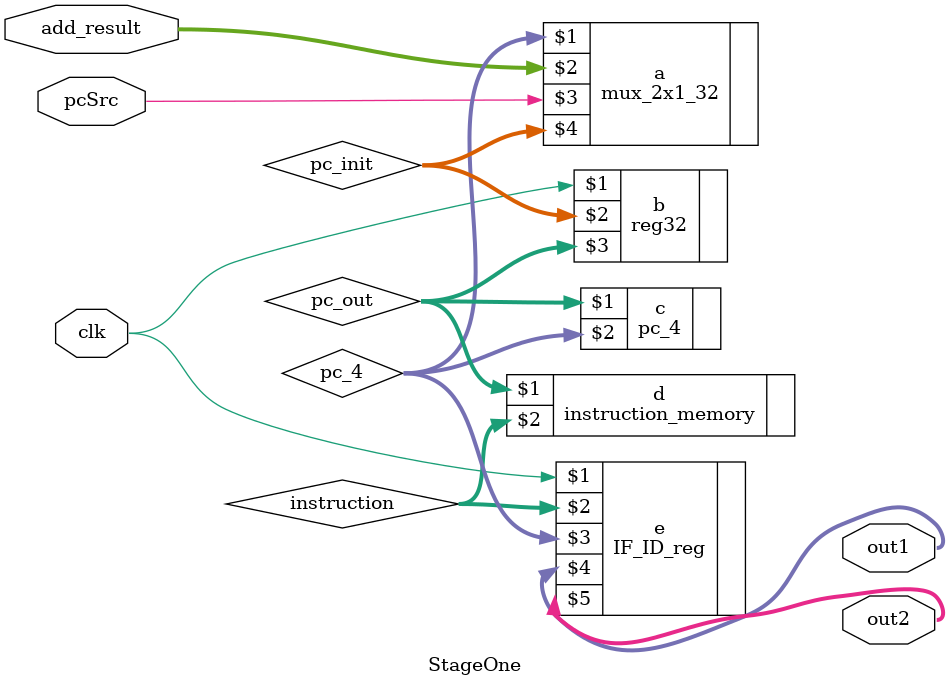
<source format=v>
module StageOne(clk,add_result,pcSrc, out1,out2);
wire [31:0] address;
output [31:0] out1, out2;
input pcSrc, clk;

input [31:0] add_result;

wire [31:0] pc_out,instruction,pc_4;
wire [31:0] pc_init;

reg32 b(clk,pc_init,pc_out);

mux_2x1_32 a(pc_4,add_result,pcSrc,pc_init);

pc_4 c(pc_out,pc_4);

instruction_memory d(pc_out,instruction);

IF_ID_reg e(clk,instruction,pc_4,out1,out2);


endmodule
</source>
